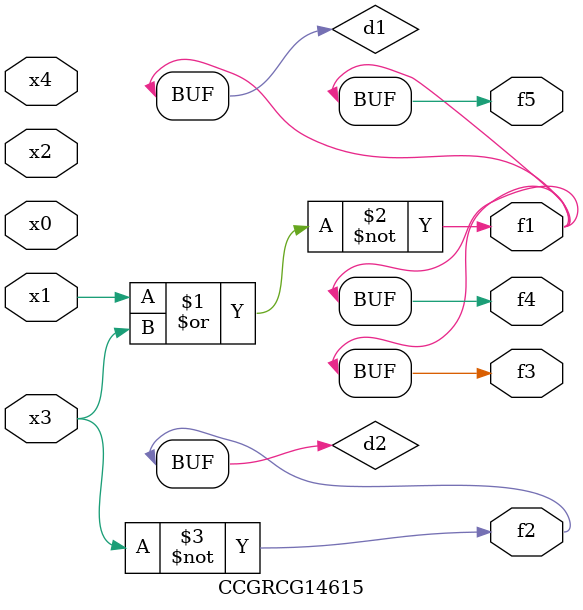
<source format=v>
module CCGRCG14615(
	input x0, x1, x2, x3, x4,
	output f1, f2, f3, f4, f5
);

	wire d1, d2;

	nor (d1, x1, x3);
	not (d2, x3);
	assign f1 = d1;
	assign f2 = d2;
	assign f3 = d1;
	assign f4 = d1;
	assign f5 = d1;
endmodule

</source>
